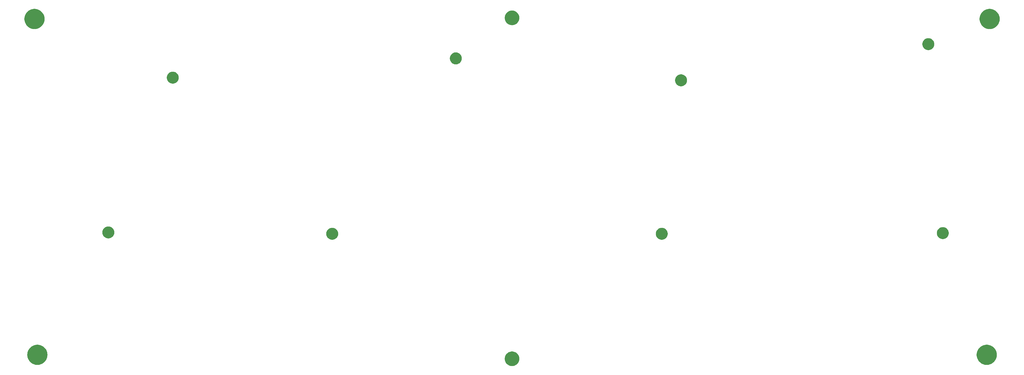
<source format=gbr>
%TF.GenerationSoftware,KiCad,Pcbnew,9.0.0*%
%TF.CreationDate,2025-03-11T22:24:47+00:00*%
%TF.ProjectId,base,62617365-2e6b-4696-9361-645f70636258,rev?*%
%TF.SameCoordinates,Original*%
%TF.FileFunction,Soldermask,Top*%
%TF.FilePolarity,Negative*%
%FSLAX46Y46*%
G04 Gerber Fmt 4.6, Leading zero omitted, Abs format (unit mm)*
G04 Created by KiCad (PCBNEW 9.0.0) date 2025-03-11 22:24:47*
%MOMM*%
%LPD*%
G01*
G04 APERTURE LIST*
G04 APERTURE END LIST*
G36*
X205977767Y-164994429D02*
G01*
X206278641Y-165063102D01*
X206569935Y-165165030D01*
X206847984Y-165298931D01*
X207109293Y-165463122D01*
X207350576Y-165655539D01*
X207568797Y-165873760D01*
X207761214Y-166115043D01*
X207925405Y-166376352D01*
X208059306Y-166654401D01*
X208161234Y-166945695D01*
X208229907Y-167246569D01*
X208264461Y-167553240D01*
X208264461Y-167861852D01*
X208229907Y-168168523D01*
X208161234Y-168469397D01*
X208059306Y-168760691D01*
X207925405Y-169038740D01*
X207761214Y-169300049D01*
X207568797Y-169541332D01*
X207350576Y-169759553D01*
X207109293Y-169951970D01*
X206847984Y-170116161D01*
X206569935Y-170250062D01*
X206278641Y-170351990D01*
X205977767Y-170420663D01*
X205671096Y-170455217D01*
X205362484Y-170455217D01*
X205055813Y-170420663D01*
X204754939Y-170351990D01*
X204463645Y-170250062D01*
X204185596Y-170116161D01*
X203924287Y-169951970D01*
X203683004Y-169759553D01*
X203464783Y-169541332D01*
X203272366Y-169300049D01*
X203108175Y-169038740D01*
X202974274Y-168760691D01*
X202872346Y-168469397D01*
X202803673Y-168168523D01*
X202769119Y-167861852D01*
X202769119Y-167553240D01*
X202803673Y-167246569D01*
X202872346Y-166945695D01*
X202974274Y-166654401D01*
X203108175Y-166376352D01*
X203272366Y-166115043D01*
X203464783Y-165873760D01*
X203683004Y-165655539D01*
X203924287Y-165463122D01*
X204185596Y-165298931D01*
X204463645Y-165165030D01*
X204754939Y-165063102D01*
X205055813Y-164994429D01*
X205362484Y-164959875D01*
X205671096Y-164959875D01*
X205977767Y-164994429D01*
G37*
G36*
X27457869Y-162446697D02*
G01*
X27823811Y-162519487D01*
X28180855Y-162627795D01*
X28525564Y-162770579D01*
X28854619Y-162946462D01*
X29164849Y-163153751D01*
X29453267Y-163390450D01*
X29717096Y-163654279D01*
X29953795Y-163942697D01*
X30161084Y-164252927D01*
X30336967Y-164581982D01*
X30479751Y-164926691D01*
X30588059Y-165283735D01*
X30660849Y-165649677D01*
X30697420Y-166020991D01*
X30697420Y-166394101D01*
X30660849Y-166765415D01*
X30588059Y-167131357D01*
X30479751Y-167488401D01*
X30336967Y-167833110D01*
X30161084Y-168162165D01*
X29953795Y-168472395D01*
X29717096Y-168760813D01*
X29453267Y-169024642D01*
X29164849Y-169261341D01*
X28854619Y-169468630D01*
X28525564Y-169644513D01*
X28180855Y-169787297D01*
X27823811Y-169895605D01*
X27457869Y-169968395D01*
X27086555Y-170004966D01*
X26713445Y-170004966D01*
X26342131Y-169968395D01*
X25976189Y-169895605D01*
X25619145Y-169787297D01*
X25274436Y-169644513D01*
X24945381Y-169468630D01*
X24635151Y-169261341D01*
X24346733Y-169024642D01*
X24082904Y-168760813D01*
X23846205Y-168472395D01*
X23638916Y-168162165D01*
X23463033Y-167833110D01*
X23320249Y-167488401D01*
X23211941Y-167131357D01*
X23139151Y-166765415D01*
X23102580Y-166394101D01*
X23102580Y-166020991D01*
X23139151Y-165649677D01*
X23211941Y-165283735D01*
X23320249Y-164926691D01*
X23463033Y-164581982D01*
X23638916Y-164252927D01*
X23846205Y-163942697D01*
X24082904Y-163654279D01*
X24346733Y-163390450D01*
X24635151Y-163153751D01*
X24945381Y-162946462D01*
X25274436Y-162770579D01*
X25619145Y-162627795D01*
X25976189Y-162519487D01*
X26342131Y-162446697D01*
X26713445Y-162410126D01*
X27086555Y-162410126D01*
X27457869Y-162446697D01*
G37*
G36*
X384691450Y-162446697D02*
G01*
X385057392Y-162519487D01*
X385414436Y-162627795D01*
X385759145Y-162770579D01*
X386088200Y-162946462D01*
X386398430Y-163153751D01*
X386686848Y-163390450D01*
X386950677Y-163654279D01*
X387187376Y-163942697D01*
X387394665Y-164252927D01*
X387570548Y-164581982D01*
X387713332Y-164926691D01*
X387821640Y-165283735D01*
X387894430Y-165649677D01*
X387931001Y-166020991D01*
X387931001Y-166394101D01*
X387894430Y-166765415D01*
X387821640Y-167131357D01*
X387713332Y-167488401D01*
X387570548Y-167833110D01*
X387394665Y-168162165D01*
X387187376Y-168472395D01*
X386950677Y-168760813D01*
X386686848Y-169024642D01*
X386398430Y-169261341D01*
X386088200Y-169468630D01*
X385759145Y-169644513D01*
X385414436Y-169787297D01*
X385057392Y-169895605D01*
X384691450Y-169968395D01*
X384320136Y-170004966D01*
X383947026Y-170004966D01*
X383575712Y-169968395D01*
X383209770Y-169895605D01*
X382852726Y-169787297D01*
X382508017Y-169644513D01*
X382178962Y-169468630D01*
X381868732Y-169261341D01*
X381580314Y-169024642D01*
X381316485Y-168760813D01*
X381079786Y-168472395D01*
X380872497Y-168162165D01*
X380696614Y-167833110D01*
X380553830Y-167488401D01*
X380445522Y-167131357D01*
X380372732Y-166765415D01*
X380336161Y-166394101D01*
X380336161Y-166020991D01*
X380372732Y-165649677D01*
X380445522Y-165283735D01*
X380553830Y-164926691D01*
X380696614Y-164581982D01*
X380872497Y-164252927D01*
X381079786Y-163942697D01*
X381316485Y-163654279D01*
X381580314Y-163390450D01*
X381868732Y-163153751D01*
X382178962Y-162946462D01*
X382508017Y-162770579D01*
X382852726Y-162627795D01*
X383209770Y-162519487D01*
X383575712Y-162446697D01*
X383947026Y-162410126D01*
X384320136Y-162410126D01*
X384691450Y-162446697D01*
G37*
G36*
X138292379Y-118444252D02*
G01*
X138576791Y-118520460D01*
X138848823Y-118633139D01*
X139103820Y-118780362D01*
X139337418Y-118959609D01*
X139545622Y-119167813D01*
X139724869Y-119401411D01*
X139872092Y-119656408D01*
X139984771Y-119928440D01*
X140060979Y-120212852D01*
X140099411Y-120504778D01*
X140099411Y-120799222D01*
X140060979Y-121091148D01*
X139984771Y-121375560D01*
X139872092Y-121647592D01*
X139724869Y-121902589D01*
X139545622Y-122136187D01*
X139337418Y-122344391D01*
X139103820Y-122523638D01*
X138848823Y-122670861D01*
X138576791Y-122783540D01*
X138292379Y-122859748D01*
X138000453Y-122898180D01*
X137706009Y-122898180D01*
X137414083Y-122859748D01*
X137129671Y-122783540D01*
X136857639Y-122670861D01*
X136602642Y-122523638D01*
X136369044Y-122344391D01*
X136160840Y-122136187D01*
X135981593Y-121902589D01*
X135834370Y-121647592D01*
X135721691Y-121375560D01*
X135645483Y-121091148D01*
X135607051Y-120799222D01*
X135607051Y-120504778D01*
X135645483Y-120212852D01*
X135721691Y-119928440D01*
X135834370Y-119656408D01*
X135981593Y-119401411D01*
X136160840Y-119167813D01*
X136369044Y-118959609D01*
X136602642Y-118780362D01*
X136857639Y-118633139D01*
X137129671Y-118520460D01*
X137414083Y-118444252D01*
X137706009Y-118405820D01*
X138000453Y-118405820D01*
X138292379Y-118444252D01*
G37*
G36*
X262292379Y-118444252D02*
G01*
X262576791Y-118520460D01*
X262848823Y-118633139D01*
X263103820Y-118780362D01*
X263337418Y-118959609D01*
X263545622Y-119167813D01*
X263724869Y-119401411D01*
X263872092Y-119656408D01*
X263984771Y-119928440D01*
X264060979Y-120212852D01*
X264099411Y-120504778D01*
X264099411Y-120799222D01*
X264060979Y-121091148D01*
X263984771Y-121375560D01*
X263872092Y-121647592D01*
X263724869Y-121902589D01*
X263545622Y-122136187D01*
X263337418Y-122344391D01*
X263103820Y-122523638D01*
X262848823Y-122670861D01*
X262576791Y-122783540D01*
X262292379Y-122859748D01*
X262000453Y-122898180D01*
X261706009Y-122898180D01*
X261414083Y-122859748D01*
X261129671Y-122783540D01*
X260857639Y-122670861D01*
X260602642Y-122523638D01*
X260369044Y-122344391D01*
X260160840Y-122136187D01*
X259981593Y-121902589D01*
X259834370Y-121647592D01*
X259721691Y-121375560D01*
X259645483Y-121091148D01*
X259607051Y-120799222D01*
X259607051Y-120504778D01*
X259645483Y-120212852D01*
X259721691Y-119928440D01*
X259834370Y-119656408D01*
X259981593Y-119401411D01*
X260160840Y-119167813D01*
X260369044Y-118959609D01*
X260602642Y-118780362D01*
X260857639Y-118633139D01*
X261129671Y-118520460D01*
X261414083Y-118444252D01*
X261706009Y-118405820D01*
X262000453Y-118405820D01*
X262292379Y-118444252D01*
G37*
G36*
X368042379Y-118194252D02*
G01*
X368326791Y-118270460D01*
X368598823Y-118383139D01*
X368853820Y-118530362D01*
X369087418Y-118709609D01*
X369295622Y-118917813D01*
X369474869Y-119151411D01*
X369622092Y-119406408D01*
X369734771Y-119678440D01*
X369810979Y-119962852D01*
X369849411Y-120254778D01*
X369849411Y-120549222D01*
X369810979Y-120841148D01*
X369734771Y-121125560D01*
X369622092Y-121397592D01*
X369474869Y-121652589D01*
X369295622Y-121886187D01*
X369087418Y-122094391D01*
X368853820Y-122273638D01*
X368598823Y-122420861D01*
X368326791Y-122533540D01*
X368042379Y-122609748D01*
X367750453Y-122648180D01*
X367456009Y-122648180D01*
X367164083Y-122609748D01*
X366879671Y-122533540D01*
X366607639Y-122420861D01*
X366352642Y-122273638D01*
X366119044Y-122094391D01*
X365910840Y-121886187D01*
X365731593Y-121652589D01*
X365584370Y-121397592D01*
X365471691Y-121125560D01*
X365395483Y-120841148D01*
X365357051Y-120549222D01*
X365357051Y-120254778D01*
X365395483Y-119962852D01*
X365471691Y-119678440D01*
X365584370Y-119406408D01*
X365731593Y-119151411D01*
X365910840Y-118917813D01*
X366119044Y-118709609D01*
X366352642Y-118530362D01*
X366607639Y-118383139D01*
X366879671Y-118270460D01*
X367164083Y-118194252D01*
X367456009Y-118155820D01*
X367750453Y-118155820D01*
X368042379Y-118194252D01*
G37*
G36*
X54042379Y-117944252D02*
G01*
X54326791Y-118020460D01*
X54598823Y-118133139D01*
X54853820Y-118280362D01*
X55087418Y-118459609D01*
X55295622Y-118667813D01*
X55474869Y-118901411D01*
X55622092Y-119156408D01*
X55734771Y-119428440D01*
X55810979Y-119712852D01*
X55849411Y-120004778D01*
X55849411Y-120299222D01*
X55810979Y-120591148D01*
X55734771Y-120875560D01*
X55622092Y-121147592D01*
X55474869Y-121402589D01*
X55295622Y-121636187D01*
X55087418Y-121844391D01*
X54853820Y-122023638D01*
X54598823Y-122170861D01*
X54326791Y-122283540D01*
X54042379Y-122359748D01*
X53750453Y-122398180D01*
X53456009Y-122398180D01*
X53164083Y-122359748D01*
X52879671Y-122283540D01*
X52607639Y-122170861D01*
X52352642Y-122023638D01*
X52119044Y-121844391D01*
X51910840Y-121636187D01*
X51731593Y-121402589D01*
X51584370Y-121147592D01*
X51471691Y-120875560D01*
X51395483Y-120591148D01*
X51357051Y-120299222D01*
X51357051Y-120004778D01*
X51395483Y-119712852D01*
X51471691Y-119428440D01*
X51584370Y-119156408D01*
X51731593Y-118901411D01*
X51910840Y-118667813D01*
X52119044Y-118459609D01*
X52352642Y-118280362D01*
X52607639Y-118133139D01*
X52879671Y-118020460D01*
X53164083Y-117944252D01*
X53456009Y-117905820D01*
X53750453Y-117905820D01*
X54042379Y-117944252D01*
G37*
G36*
X269542379Y-60694252D02*
G01*
X269826791Y-60770460D01*
X270098823Y-60883139D01*
X270353820Y-61030362D01*
X270587418Y-61209609D01*
X270795622Y-61417813D01*
X270974869Y-61651411D01*
X271122092Y-61906408D01*
X271234771Y-62178440D01*
X271310979Y-62462852D01*
X271349411Y-62754778D01*
X271349411Y-63049222D01*
X271310979Y-63341148D01*
X271234771Y-63625560D01*
X271122092Y-63897592D01*
X270974869Y-64152589D01*
X270795622Y-64386187D01*
X270587418Y-64594391D01*
X270353820Y-64773638D01*
X270098823Y-64920861D01*
X269826791Y-65033540D01*
X269542379Y-65109748D01*
X269250453Y-65148180D01*
X268956009Y-65148180D01*
X268664083Y-65109748D01*
X268379671Y-65033540D01*
X268107639Y-64920861D01*
X267852642Y-64773638D01*
X267619044Y-64594391D01*
X267410840Y-64386187D01*
X267231593Y-64152589D01*
X267084370Y-63897592D01*
X266971691Y-63625560D01*
X266895483Y-63341148D01*
X266857051Y-63049222D01*
X266857051Y-62754778D01*
X266895483Y-62462852D01*
X266971691Y-62178440D01*
X267084370Y-61906408D01*
X267231593Y-61651411D01*
X267410840Y-61417813D01*
X267619044Y-61209609D01*
X267852642Y-61030362D01*
X268107639Y-60883139D01*
X268379671Y-60770460D01*
X268664083Y-60694252D01*
X268956009Y-60655820D01*
X269250453Y-60655820D01*
X269542379Y-60694252D01*
G37*
G36*
X78292379Y-59694252D02*
G01*
X78576791Y-59770460D01*
X78848823Y-59883139D01*
X79103820Y-60030362D01*
X79337418Y-60209609D01*
X79545622Y-60417813D01*
X79724869Y-60651411D01*
X79872092Y-60906408D01*
X79984771Y-61178440D01*
X80060979Y-61462852D01*
X80099411Y-61754778D01*
X80099411Y-62049222D01*
X80060979Y-62341148D01*
X79984771Y-62625560D01*
X79872092Y-62897592D01*
X79724869Y-63152589D01*
X79545622Y-63386187D01*
X79337418Y-63594391D01*
X79103820Y-63773638D01*
X78848823Y-63920861D01*
X78576791Y-64033540D01*
X78292379Y-64109748D01*
X78000453Y-64148180D01*
X77706009Y-64148180D01*
X77414083Y-64109748D01*
X77129671Y-64033540D01*
X76857639Y-63920861D01*
X76602642Y-63773638D01*
X76369044Y-63594391D01*
X76160840Y-63386187D01*
X75981593Y-63152589D01*
X75834370Y-62897592D01*
X75721691Y-62625560D01*
X75645483Y-62341148D01*
X75607051Y-62049222D01*
X75607051Y-61754778D01*
X75645483Y-61462852D01*
X75721691Y-61178440D01*
X75834370Y-60906408D01*
X75981593Y-60651411D01*
X76160840Y-60417813D01*
X76369044Y-60209609D01*
X76602642Y-60030362D01*
X76857639Y-59883139D01*
X77129671Y-59770460D01*
X77414083Y-59694252D01*
X77706009Y-59655820D01*
X78000453Y-59655820D01*
X78292379Y-59694252D01*
G37*
G36*
X184792379Y-52444252D02*
G01*
X185076791Y-52520460D01*
X185348823Y-52633139D01*
X185603820Y-52780362D01*
X185837418Y-52959609D01*
X186045622Y-53167813D01*
X186224869Y-53401411D01*
X186372092Y-53656408D01*
X186484771Y-53928440D01*
X186560979Y-54212852D01*
X186599411Y-54504778D01*
X186599411Y-54799222D01*
X186560979Y-55091148D01*
X186484771Y-55375560D01*
X186372092Y-55647592D01*
X186224869Y-55902589D01*
X186045622Y-56136187D01*
X185837418Y-56344391D01*
X185603820Y-56523638D01*
X185348823Y-56670861D01*
X185076791Y-56783540D01*
X184792379Y-56859748D01*
X184500453Y-56898180D01*
X184206009Y-56898180D01*
X183914083Y-56859748D01*
X183629671Y-56783540D01*
X183357639Y-56670861D01*
X183102642Y-56523638D01*
X182869044Y-56344391D01*
X182660840Y-56136187D01*
X182481593Y-55902589D01*
X182334370Y-55647592D01*
X182221691Y-55375560D01*
X182145483Y-55091148D01*
X182107051Y-54799222D01*
X182107051Y-54504778D01*
X182145483Y-54212852D01*
X182221691Y-53928440D01*
X182334370Y-53656408D01*
X182481593Y-53401411D01*
X182660840Y-53167813D01*
X182869044Y-52959609D01*
X183102642Y-52780362D01*
X183357639Y-52633139D01*
X183629671Y-52520460D01*
X183914083Y-52444252D01*
X184206009Y-52405820D01*
X184500453Y-52405820D01*
X184792379Y-52444252D01*
G37*
G36*
X362598629Y-47069252D02*
G01*
X362883041Y-47145460D01*
X363155073Y-47258139D01*
X363410070Y-47405362D01*
X363643668Y-47584609D01*
X363851872Y-47792813D01*
X364031119Y-48026411D01*
X364178342Y-48281408D01*
X364291021Y-48553440D01*
X364367229Y-48837852D01*
X364405661Y-49129778D01*
X364405661Y-49424222D01*
X364367229Y-49716148D01*
X364291021Y-50000560D01*
X364178342Y-50272592D01*
X364031119Y-50527589D01*
X363851872Y-50761187D01*
X363643668Y-50969391D01*
X363410070Y-51148638D01*
X363155073Y-51295861D01*
X362883041Y-51408540D01*
X362598629Y-51484748D01*
X362306703Y-51523180D01*
X362012259Y-51523180D01*
X361720333Y-51484748D01*
X361435921Y-51408540D01*
X361163889Y-51295861D01*
X360908892Y-51148638D01*
X360675294Y-50969391D01*
X360467090Y-50761187D01*
X360287843Y-50527589D01*
X360140620Y-50272592D01*
X360027941Y-50000560D01*
X359951733Y-49716148D01*
X359913301Y-49424222D01*
X359913301Y-49129778D01*
X359951733Y-48837852D01*
X360027941Y-48553440D01*
X360140620Y-48281408D01*
X360287843Y-48026411D01*
X360467090Y-47792813D01*
X360675294Y-47584609D01*
X360908892Y-47405362D01*
X361163889Y-47258139D01*
X361435921Y-47145460D01*
X361720333Y-47069252D01*
X362012259Y-47030820D01*
X362306703Y-47030820D01*
X362598629Y-47069252D01*
G37*
G36*
X26371869Y-36053151D02*
G01*
X26737811Y-36125941D01*
X27094855Y-36234249D01*
X27439564Y-36377033D01*
X27768619Y-36552916D01*
X28078849Y-36760205D01*
X28367267Y-36996904D01*
X28631096Y-37260733D01*
X28867795Y-37549151D01*
X29075084Y-37859381D01*
X29250967Y-38188436D01*
X29393751Y-38533145D01*
X29502059Y-38890189D01*
X29574849Y-39256131D01*
X29611420Y-39627445D01*
X29611420Y-40000555D01*
X29574849Y-40371869D01*
X29502059Y-40737811D01*
X29393751Y-41094855D01*
X29250967Y-41439564D01*
X29075084Y-41768619D01*
X28867795Y-42078849D01*
X28631096Y-42367267D01*
X28367267Y-42631096D01*
X28078849Y-42867795D01*
X27768619Y-43075084D01*
X27439564Y-43250967D01*
X27094855Y-43393751D01*
X26737811Y-43502059D01*
X26371869Y-43574849D01*
X26000555Y-43611420D01*
X25627445Y-43611420D01*
X25256131Y-43574849D01*
X24890189Y-43502059D01*
X24533145Y-43393751D01*
X24188436Y-43250967D01*
X23859381Y-43075084D01*
X23549151Y-42867795D01*
X23260733Y-42631096D01*
X22996904Y-42367267D01*
X22760205Y-42078849D01*
X22552916Y-41768619D01*
X22377033Y-41439564D01*
X22234249Y-41094855D01*
X22125941Y-40737811D01*
X22053151Y-40371869D01*
X22016580Y-40000555D01*
X22016580Y-39627445D01*
X22053151Y-39256131D01*
X22125941Y-38890189D01*
X22234249Y-38533145D01*
X22377033Y-38188436D01*
X22552916Y-37859381D01*
X22760205Y-37549151D01*
X22996904Y-37260733D01*
X23260733Y-36996904D01*
X23549151Y-36760205D01*
X23859381Y-36552916D01*
X24188436Y-36377033D01*
X24533145Y-36234249D01*
X24890189Y-36125941D01*
X25256131Y-36053151D01*
X25627445Y-36016580D01*
X26000555Y-36016580D01*
X26371869Y-36053151D01*
G37*
G36*
X385777450Y-36053151D02*
G01*
X386143392Y-36125941D01*
X386500436Y-36234249D01*
X386845145Y-36377033D01*
X387174200Y-36552916D01*
X387484430Y-36760205D01*
X387772848Y-36996904D01*
X388036677Y-37260733D01*
X388273376Y-37549151D01*
X388480665Y-37859381D01*
X388656548Y-38188436D01*
X388799332Y-38533145D01*
X388907640Y-38890189D01*
X388980430Y-39256131D01*
X389017001Y-39627445D01*
X389017001Y-40000555D01*
X388980430Y-40371869D01*
X388907640Y-40737811D01*
X388799332Y-41094855D01*
X388656548Y-41439564D01*
X388480665Y-41768619D01*
X388273376Y-42078849D01*
X388036677Y-42367267D01*
X387772848Y-42631096D01*
X387484430Y-42867795D01*
X387174200Y-43075084D01*
X386845145Y-43250967D01*
X386500436Y-43393751D01*
X386143392Y-43502059D01*
X385777450Y-43574849D01*
X385406136Y-43611420D01*
X385033026Y-43611420D01*
X384661712Y-43574849D01*
X384295770Y-43502059D01*
X383938726Y-43393751D01*
X383594017Y-43250967D01*
X383264962Y-43075084D01*
X382954732Y-42867795D01*
X382666314Y-42631096D01*
X382402485Y-42367267D01*
X382165786Y-42078849D01*
X381958497Y-41768619D01*
X381782614Y-41439564D01*
X381639830Y-41094855D01*
X381531522Y-40737811D01*
X381458732Y-40371869D01*
X381422161Y-40000555D01*
X381422161Y-39627445D01*
X381458732Y-39256131D01*
X381531522Y-38890189D01*
X381639830Y-38533145D01*
X381782614Y-38188436D01*
X381958497Y-37859381D01*
X382165786Y-37549151D01*
X382402485Y-37260733D01*
X382666314Y-36996904D01*
X382954732Y-36760205D01*
X383264962Y-36552916D01*
X383594017Y-36377033D01*
X383938726Y-36234249D01*
X384295770Y-36125941D01*
X384661712Y-36053151D01*
X385033026Y-36016580D01*
X385406136Y-36016580D01*
X385777450Y-36053151D01*
G37*
G36*
X205977767Y-36686883D02*
G01*
X206278641Y-36755556D01*
X206569935Y-36857484D01*
X206847984Y-36991385D01*
X207109293Y-37155576D01*
X207350576Y-37347993D01*
X207568797Y-37566214D01*
X207761214Y-37807497D01*
X207925405Y-38068806D01*
X208059306Y-38346855D01*
X208161234Y-38638149D01*
X208229907Y-38939023D01*
X208264461Y-39245694D01*
X208264461Y-39554306D01*
X208229907Y-39860977D01*
X208161234Y-40161851D01*
X208059306Y-40453145D01*
X207925405Y-40731194D01*
X207761214Y-40992503D01*
X207568797Y-41233786D01*
X207350576Y-41452007D01*
X207109293Y-41644424D01*
X206847984Y-41808615D01*
X206569935Y-41942516D01*
X206278641Y-42044444D01*
X205977767Y-42113117D01*
X205671096Y-42147671D01*
X205362484Y-42147671D01*
X205055813Y-42113117D01*
X204754939Y-42044444D01*
X204463645Y-41942516D01*
X204185596Y-41808615D01*
X203924287Y-41644424D01*
X203683004Y-41452007D01*
X203464783Y-41233786D01*
X203272366Y-40992503D01*
X203108175Y-40731194D01*
X202974274Y-40453145D01*
X202872346Y-40161851D01*
X202803673Y-39860977D01*
X202769119Y-39554306D01*
X202769119Y-39245694D01*
X202803673Y-38939023D01*
X202872346Y-38638149D01*
X202974274Y-38346855D01*
X203108175Y-38068806D01*
X203272366Y-37807497D01*
X203464783Y-37566214D01*
X203683004Y-37347993D01*
X203924287Y-37155576D01*
X204185596Y-36991385D01*
X204463645Y-36857484D01*
X204754939Y-36755556D01*
X205055813Y-36686883D01*
X205362484Y-36652329D01*
X205671096Y-36652329D01*
X205977767Y-36686883D01*
G37*
M02*

</source>
